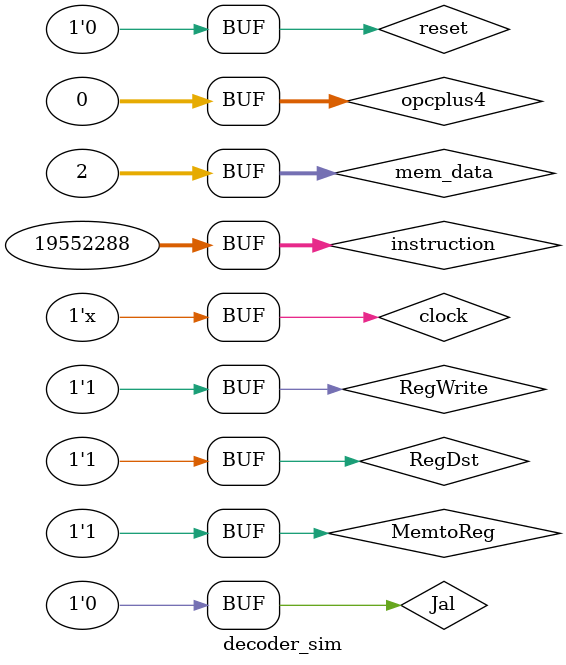
<source format=v>
`timescale 1ns / 1ps


module decoder_sim();
reg clock = 1'b0;
always #20 clock = ~clock;
reg[31:0] instruction;
reg[31:0] mem_data;
wire[31:0] ALU_result;
reg Jal;
reg RegWrite;
reg MemtoReg;
reg RegDst;
wire reset;
wire[31:0] opcplus4;
wire[31:0] read_data_1;
wire[31:0] read_data_2;
wire[31:0] Sign_extend;
decode32 decoder1(clock, reset, instruction, mem_data, ALU_result, RegWrite, MemtoReg, RegDst, Jal, opcplus4, read_data_1, read_data_2, Sign_extend);
initial begin
    instruction = 32'b10001110001010000000000000100000;//lw t0
    #200 instruction = 32'b10001110001010010000000000100000;//lw t1
    #200 instruction = 32'b00000001001010000101000000100000;//add t2 t1 t0
    #200 instruction = 32'b00000001001010100101100000100000;//add t3 t1 t2
end

initial begin
    mem_data = 32'b00000000000000000000000000000001;
    #200 mem_data = 32'b00000000000000000000000000000010;
end

assign ALU_result = read_data_1 + read_data_2;
assign reset = 1'b0;
assign opcplus4 = 32'b00000000000000000000000000000000; 

initial begin
    {Jal, RegWrite, MemtoReg, RegDst} <= 4'b0110;
    #200 {Jal, RegWrite, MemtoReg, RegDst} <= 4'b0111;
end
endmodule

</source>
